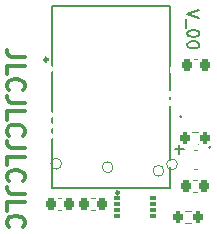
<source format=gto>
G04 #@! TF.GenerationSoftware,KiCad,Pcbnew,6.0.2+dfsg-1*
G04 #@! TF.CreationDate,2024-05-15T15:08:28+02:00*
G04 #@! TF.ProjectId,PowerPolePCB,506f7765-7250-46f6-9c65-5043422e6b69,rev?*
G04 #@! TF.SameCoordinates,Original*
G04 #@! TF.FileFunction,Legend,Top*
G04 #@! TF.FilePolarity,Positive*
%FSLAX46Y46*%
G04 Gerber Fmt 4.6, Leading zero omitted, Abs format (unit mm)*
G04 Created by KiCad (PCBNEW 6.0.2+dfsg-1) date 2024-05-15 15:08:28*
%MOMM*%
%LPD*%
G01*
G04 APERTURE LIST*
G04 Aperture macros list*
%AMRoundRect*
0 Rectangle with rounded corners*
0 $1 Rounding radius*
0 $2 $3 $4 $5 $6 $7 $8 $9 X,Y pos of 4 corners*
0 Add a 4 corners polygon primitive as box body*
4,1,4,$2,$3,$4,$5,$6,$7,$8,$9,$2,$3,0*
0 Add four circle primitives for the rounded corners*
1,1,$1+$1,$2,$3*
1,1,$1+$1,$4,$5*
1,1,$1+$1,$6,$7*
1,1,$1+$1,$8,$9*
0 Add four rect primitives between the rounded corners*
20,1,$1+$1,$2,$3,$4,$5,0*
20,1,$1+$1,$4,$5,$6,$7,0*
20,1,$1+$1,$6,$7,$8,$9,0*
20,1,$1+$1,$8,$9,$2,$3,0*%
%AMOutline5P*
0 Free polygon, 5 corners , with rotation*
0 The origin of the aperture is its center*
0 number of corners: always 5*
0 $1 to $10 corner X, Y*
0 $11 Rotation angle, in degrees counterclockwise*
0 create outline with 5 corners*
4,1,5,$1,$2,$3,$4,$5,$6,$7,$8,$9,$10,$1,$2,$11*%
%AMOutline6P*
0 Free polygon, 6 corners , with rotation*
0 The origin of the aperture is its center*
0 number of corners: always 6*
0 $1 to $12 corner X, Y*
0 $13 Rotation angle, in degrees counterclockwise*
0 create outline with 6 corners*
4,1,6,$1,$2,$3,$4,$5,$6,$7,$8,$9,$10,$11,$12,$1,$2,$13*%
%AMOutline7P*
0 Free polygon, 7 corners , with rotation*
0 The origin of the aperture is its center*
0 number of corners: always 7*
0 $1 to $14 corner X, Y*
0 $15 Rotation angle, in degrees counterclockwise*
0 create outline with 7 corners*
4,1,7,$1,$2,$3,$4,$5,$6,$7,$8,$9,$10,$11,$12,$13,$14,$1,$2,$15*%
%AMOutline8P*
0 Free polygon, 8 corners , with rotation*
0 The origin of the aperture is its center*
0 number of corners: always 8*
0 $1 to $16 corner X, Y*
0 $17 Rotation angle, in degrees counterclockwise*
0 create outline with 8 corners*
4,1,8,$1,$2,$3,$4,$5,$6,$7,$8,$9,$10,$11,$12,$13,$14,$15,$16,$1,$2,$17*%
G04 Aperture macros list end*
%ADD10C,0.200000*%
%ADD11C,0.300000*%
%ADD12C,0.150000*%
%ADD13C,0.250000*%
%ADD14C,0.120000*%
%ADD15C,0.100000*%
%ADD16C,0.290000*%
%ADD17RoundRect,0.150000X0.275000X0.000000X0.275000X0.000000X-0.275000X0.000000X-0.275000X0.000000X0*%
%ADD18R,1.750000X1.550000*%
%ADD19C,0.896000*%
%ADD20Outline5P,-0.287500X0.150000X0.197500X0.150000X0.287500X0.060000X0.287500X-0.150000X-0.287500X-0.150000X90.000000*%
%ADD21R,0.300000X0.575000*%
%ADD22R,0.575000X0.300000*%
%ADD23C,1.448000*%
%ADD24RoundRect,0.200000X-0.200000X-0.275000X0.200000X-0.275000X0.200000X0.275000X-0.200000X0.275000X0*%
%ADD25RoundRect,0.225000X0.225000X0.250000X-0.225000X0.250000X-0.225000X-0.250000X0.225000X-0.250000X0*%
%ADD26R,0.800000X0.550000*%
%ADD27R,0.800000X0.800000*%
%ADD28O,0.800000X0.800000*%
%ADD29C,0.800000*%
%ADD30RoundRect,0.200000X0.200000X0.275000X-0.200000X0.275000X-0.200000X-0.275000X0.200000X-0.275000X0*%
%ADD31RoundRect,0.225000X-0.225000X-0.250000X0.225000X-0.250000X0.225000X0.250000X-0.225000X0.250000X0*%
%ADD32R,0.700000X0.400000*%
%ADD33R,0.400000X0.700000*%
%ADD34R,1.000000X0.700000*%
%ADD35R,1.250000X1.900000*%
%ADD36C,0.600000*%
G04 APERTURE END LIST*
D10*
X124397619Y-93433333D02*
X123397619Y-93766666D01*
X124397619Y-94100000D01*
X123302380Y-94195238D02*
X123302380Y-94957142D01*
X124397619Y-95385714D02*
X124397619Y-95480952D01*
X124350000Y-95576190D01*
X124302380Y-95623809D01*
X124207142Y-95671428D01*
X124016666Y-95719047D01*
X123778571Y-95719047D01*
X123588095Y-95671428D01*
X123492857Y-95623809D01*
X123445238Y-95576190D01*
X123397619Y-95480952D01*
X123397619Y-95385714D01*
X123445238Y-95290476D01*
X123492857Y-95242857D01*
X123588095Y-95195238D01*
X123778571Y-95147619D01*
X124016666Y-95147619D01*
X124207142Y-95195238D01*
X124302380Y-95242857D01*
X124350000Y-95290476D01*
X124397619Y-95385714D01*
X124397619Y-96338095D02*
X124397619Y-96433333D01*
X124350000Y-96528571D01*
X124302380Y-96576190D01*
X124207142Y-96623809D01*
X124016666Y-96671428D01*
X123778571Y-96671428D01*
X123588095Y-96623809D01*
X123492857Y-96576190D01*
X123445238Y-96528571D01*
X123397619Y-96433333D01*
X123397619Y-96338095D01*
X123445238Y-96242857D01*
X123492857Y-96195238D01*
X123588095Y-96147619D01*
X123778571Y-96100000D01*
X124016666Y-96100000D01*
X124207142Y-96147619D01*
X124302380Y-96195238D01*
X124350000Y-96242857D01*
X124397619Y-96338095D01*
D11*
X109621428Y-97421428D02*
X108550000Y-97421428D01*
X108335714Y-97350000D01*
X108192857Y-97207142D01*
X108121428Y-96992857D01*
X108121428Y-96850000D01*
X108121428Y-98850000D02*
X108121428Y-98135714D01*
X109621428Y-98135714D01*
X108264285Y-100207142D02*
X108192857Y-100135714D01*
X108121428Y-99921428D01*
X108121428Y-99778571D01*
X108192857Y-99564285D01*
X108335714Y-99421428D01*
X108478571Y-99350000D01*
X108764285Y-99278571D01*
X108978571Y-99278571D01*
X109264285Y-99350000D01*
X109407142Y-99421428D01*
X109550000Y-99564285D01*
X109621428Y-99778571D01*
X109621428Y-99921428D01*
X109550000Y-100135714D01*
X109478571Y-100207142D01*
X109621428Y-101278571D02*
X108550000Y-101278571D01*
X108335714Y-101207142D01*
X108192857Y-101064285D01*
X108121428Y-100850000D01*
X108121428Y-100707142D01*
X108121428Y-102707142D02*
X108121428Y-101992857D01*
X109621428Y-101992857D01*
X108264285Y-104064285D02*
X108192857Y-103992857D01*
X108121428Y-103778571D01*
X108121428Y-103635714D01*
X108192857Y-103421428D01*
X108335714Y-103278571D01*
X108478571Y-103207142D01*
X108764285Y-103135714D01*
X108978571Y-103135714D01*
X109264285Y-103207142D01*
X109407142Y-103278571D01*
X109550000Y-103421428D01*
X109621428Y-103635714D01*
X109621428Y-103778571D01*
X109550000Y-103992857D01*
X109478571Y-104064285D01*
X109621428Y-105135714D02*
X108550000Y-105135714D01*
X108335714Y-105064285D01*
X108192857Y-104921428D01*
X108121428Y-104707142D01*
X108121428Y-104564285D01*
X108121428Y-106564285D02*
X108121428Y-105850000D01*
X109621428Y-105850000D01*
X108264285Y-107921428D02*
X108192857Y-107850000D01*
X108121428Y-107635714D01*
X108121428Y-107492857D01*
X108192857Y-107278571D01*
X108335714Y-107135714D01*
X108478571Y-107064285D01*
X108764285Y-106992857D01*
X108978571Y-106992857D01*
X109264285Y-107064285D01*
X109407142Y-107135714D01*
X109550000Y-107278571D01*
X109621428Y-107492857D01*
X109621428Y-107635714D01*
X109550000Y-107850000D01*
X109478571Y-107921428D01*
X109621428Y-108992857D02*
X108550000Y-108992857D01*
X108335714Y-108921428D01*
X108192857Y-108778571D01*
X108121428Y-108564285D01*
X108121428Y-108421428D01*
X108121428Y-110421428D02*
X108121428Y-109707142D01*
X109621428Y-109707142D01*
X108264285Y-111778571D02*
X108192857Y-111707142D01*
X108121428Y-111492857D01*
X108121428Y-111350000D01*
X108192857Y-111135714D01*
X108335714Y-110992857D01*
X108478571Y-110921428D01*
X108764285Y-110850000D01*
X108978571Y-110850000D01*
X109264285Y-110921428D01*
X109407142Y-110992857D01*
X109550000Y-111135714D01*
X109621428Y-111350000D01*
X109621428Y-111492857D01*
X109550000Y-111707142D01*
X109478571Y-111778571D01*
D12*
X123099789Y-105228571D02*
X122337884Y-105228571D01*
X122718837Y-104847619D02*
X122718837Y-105609523D01*
D13*
X117600000Y-108900000D02*
G75*
G03*
X117600000Y-108900000I-125000J0D01*
G01*
D14*
X122830000Y-102472000D02*
X122830000Y-102472000D01*
X122934727Y-102472000D02*
G75*
G03*
X122934727Y-102472000I-104727J0D01*
G01*
X123812742Y-103727500D02*
X124287258Y-103727500D01*
X123812742Y-104772500D02*
X124287258Y-104772500D01*
X124240580Y-97590000D02*
X123959420Y-97590000D01*
X124240580Y-98610000D02*
X123959420Y-98610000D01*
D10*
X125288037Y-105058600D02*
X125288037Y-105058600D01*
D15*
X124218837Y-105300000D02*
X123918837Y-105300000D01*
X124218837Y-106900000D02*
X123918837Y-106900000D01*
D14*
X125392764Y-105058600D02*
G75*
G03*
X125392764Y-105058600I-104727J0D01*
G01*
X123687258Y-110427500D02*
X123212742Y-110427500D01*
X123687258Y-111472500D02*
X123212742Y-111472500D01*
X124190580Y-107790000D02*
X123909420Y-107790000D01*
X124190580Y-108810000D02*
X123909420Y-108810000D01*
X112459420Y-110360000D02*
X112740580Y-110360000D01*
X112459420Y-109340000D02*
X112740580Y-109340000D01*
X115259420Y-109340000D02*
X115540580Y-109340000D01*
X115259420Y-110360000D02*
X115540580Y-110360000D01*
D10*
X111967000Y-108538000D02*
X111967000Y-93138000D01*
X111967000Y-93138000D02*
X121967000Y-93138000D01*
X121967000Y-93138000D02*
X121967000Y-108538000D01*
X121967000Y-108538000D02*
X111967000Y-108538000D01*
D16*
X111572000Y-97628000D02*
G75*
G03*
X111572000Y-97628000I-145000J0D01*
G01*
D14*
X112759090Y-106450000D02*
G75*
G03*
X112759090Y-106450000I-459676J0D01*
G01*
X117109090Y-106750000D02*
G75*
G03*
X117109090Y-106750000I-459676J0D01*
G01*
X122559090Y-106500000D02*
G75*
G03*
X122559090Y-106500000I-459676J0D01*
G01*
X121409090Y-107050000D02*
G75*
G03*
X121409090Y-107050000I-459676J0D01*
G01*
%LPC*%
D17*
X117475000Y-109350000D03*
X117475000Y-109850000D03*
X117475000Y-110350000D03*
X117475000Y-110850000D03*
X120475000Y-110850000D03*
X120475000Y-110350000D03*
X120475000Y-109850000D03*
X120475000Y-109350000D03*
D18*
X118975000Y-110100000D03*
D19*
X117170000Y-112050000D03*
X118970000Y-112050000D03*
X118070000Y-112050000D03*
X119870000Y-112050000D03*
X120770000Y-112050000D03*
D20*
X123350000Y-102237500D03*
D21*
X123850000Y-102237500D03*
X124350000Y-102237500D03*
X124850000Y-102237500D03*
D22*
X125012500Y-101575000D03*
X125012500Y-101075000D03*
X125012500Y-100575000D03*
D21*
X124850000Y-99912500D03*
X124350000Y-99912500D03*
X123850000Y-99912500D03*
X123350000Y-99912500D03*
D22*
X123187500Y-100575000D03*
X123187500Y-101075000D03*
X123187500Y-101575000D03*
D23*
X119000000Y-114150000D03*
D24*
X123225000Y-104250000D03*
X124875000Y-104250000D03*
D25*
X124875000Y-98100000D03*
X123325000Y-98100000D03*
D23*
X109050000Y-94950000D03*
D26*
X124868837Y-105650000D03*
X124868837Y-106550000D03*
X123268837Y-106550000D03*
X123268837Y-105650000D03*
D19*
X111050000Y-90550000D03*
X111050000Y-89650000D03*
X111050000Y-91450000D03*
X125750000Y-95500000D03*
X125750000Y-94600000D03*
X125750000Y-96400000D03*
X111050000Y-95500000D03*
X111050000Y-94600000D03*
X111050000Y-96400000D03*
X125750000Y-90550000D03*
X125750000Y-89650000D03*
X125750000Y-91450000D03*
D27*
X124861300Y-109662700D03*
D28*
X123845300Y-109662700D03*
X122829300Y-109662700D03*
D29*
X121813300Y-109662700D03*
D23*
X127750000Y-94900000D03*
D30*
X124275000Y-110950000D03*
X122625000Y-110950000D03*
D25*
X124825000Y-108300000D03*
X123275000Y-108300000D03*
D19*
X125750000Y-114250000D03*
X125750000Y-113350000D03*
X125750000Y-115150000D03*
D27*
X112495000Y-111200000D03*
D29*
X113511000Y-111200000D03*
X114527000Y-111200000D03*
X115543000Y-111200000D03*
D31*
X111825000Y-109850000D03*
X113375000Y-109850000D03*
X114625000Y-109850000D03*
X116175000Y-109850000D03*
D19*
X111100000Y-114250000D03*
X111100000Y-113350000D03*
X111100000Y-115150000D03*
D32*
X112717000Y-97638000D03*
X112717000Y-98338000D03*
X112717000Y-99038000D03*
X112717000Y-99738000D03*
X112717000Y-100438000D03*
X112717000Y-101138000D03*
X112717000Y-101838000D03*
X112717000Y-102538000D03*
X112717000Y-103238000D03*
X112717000Y-103938000D03*
X112717000Y-104638000D03*
D33*
X114167000Y-105488000D03*
X114867000Y-105488000D03*
X115567000Y-105488000D03*
X116267000Y-105488000D03*
X116967000Y-105488000D03*
X117667000Y-105488000D03*
X118367000Y-105488000D03*
X119067000Y-105488000D03*
X119767000Y-105488000D03*
D32*
X121217000Y-104638000D03*
X121217000Y-103938000D03*
X121217000Y-103238000D03*
X121217000Y-102538000D03*
X121217000Y-101838000D03*
X121217000Y-101138000D03*
X121217000Y-100438000D03*
X121217000Y-99738000D03*
X121217000Y-99038000D03*
X121217000Y-98338000D03*
X121217000Y-97638000D03*
X113717000Y-97638000D03*
X113717000Y-98338000D03*
X113717000Y-99038000D03*
X113717000Y-99738000D03*
X113717000Y-100438000D03*
X113717000Y-101138000D03*
X113717000Y-101838000D03*
X113717000Y-102538000D03*
X113717000Y-103238000D03*
X113717000Y-103938000D03*
X113717000Y-104638000D03*
D33*
X114867000Y-104488000D03*
X115567000Y-104488000D03*
X116267000Y-104488000D03*
X116967000Y-104488000D03*
X117667000Y-104488000D03*
X118367000Y-104488000D03*
X119067000Y-104488000D03*
D32*
X120217000Y-104638000D03*
X120217000Y-103938000D03*
X120217000Y-103238000D03*
X120217000Y-102538000D03*
X120217000Y-101838000D03*
X120217000Y-101138000D03*
X120217000Y-100438000D03*
X120217000Y-99738000D03*
X120217000Y-99038000D03*
X120217000Y-98338000D03*
X120217000Y-97638000D03*
D34*
X112867000Y-105488000D03*
X121067000Y-105488000D03*
D35*
X116197000Y-100688000D03*
X116197000Y-98488000D03*
X117747000Y-98488000D03*
X117747000Y-100688000D03*
D36*
X112300000Y-106450000D03*
X116650000Y-106750000D03*
X122100000Y-106500000D03*
X120950000Y-107050000D03*
X119400000Y-107761923D03*
X116520000Y-110890000D03*
X124050000Y-104950000D03*
X117544450Y-107761923D03*
X119000000Y-101700000D03*
X118520000Y-109730000D03*
X116181389Y-100711000D03*
X112776270Y-108099699D03*
X111800000Y-102350000D03*
X120150000Y-106450000D03*
X117754400Y-98501200D03*
X124100000Y-101100000D03*
X116154200Y-98526600D03*
X111800500Y-104078859D03*
X119366444Y-110493556D03*
X111750000Y-98450000D03*
X122150000Y-98550000D03*
X117729000Y-100685600D03*
X125000000Y-99100000D03*
X117650000Y-103050000D03*
X125100890Y-103275978D03*
X116400000Y-102900000D03*
X124304551Y-103024502D03*
X124137701Y-98862299D03*
X117000000Y-102137502D03*
X122100000Y-100529124D03*
X119150000Y-103300000D03*
X114850000Y-106400000D03*
X114977567Y-98472433D03*
X114900000Y-99700000D03*
X114288543Y-107111457D03*
X119148720Y-106363403D03*
X124900000Y-107300000D03*
X111800000Y-103250000D03*
X114400237Y-108000263D03*
X114611444Y-100661444D03*
X115549989Y-102850000D03*
X123350000Y-103050000D03*
X115888056Y-103610944D03*
X122561444Y-103361444D03*
X118350000Y-103600000D03*
X122100000Y-101350000D03*
X121725500Y-110949411D03*
X118250000Y-106350000D03*
M02*

</source>
